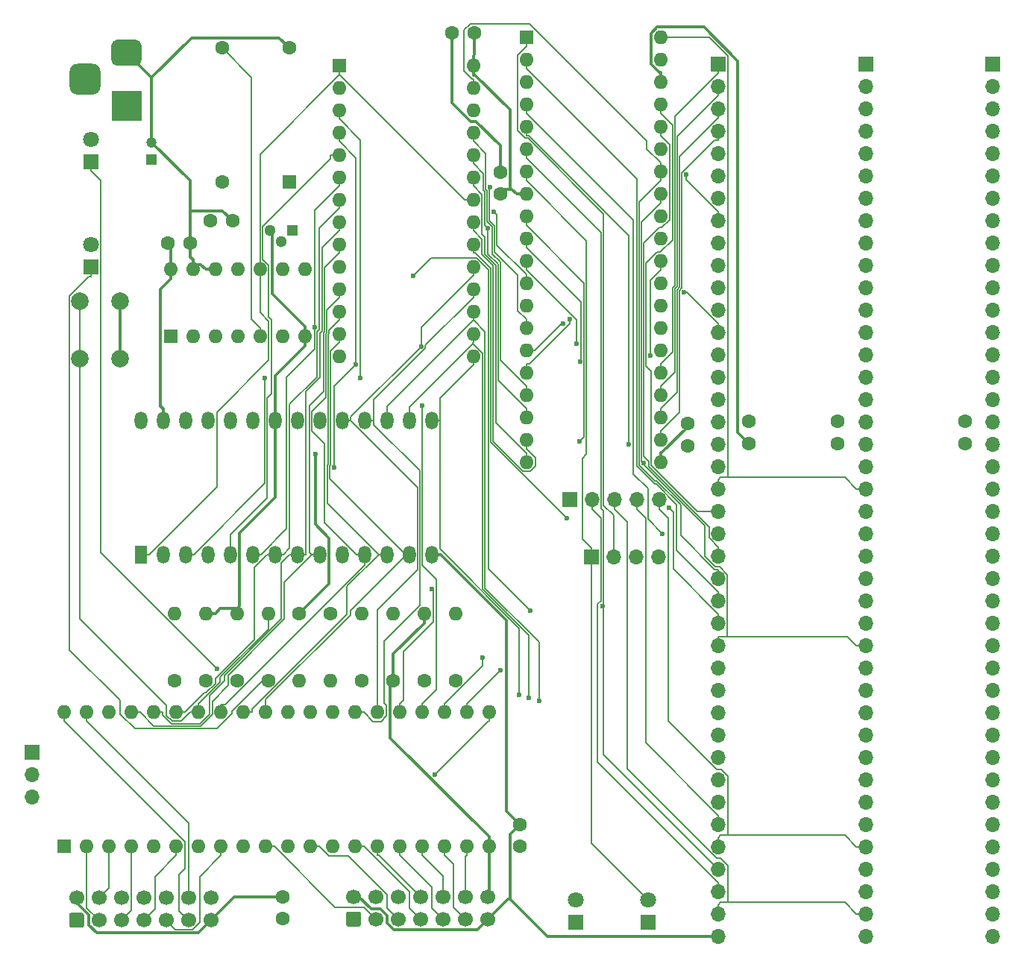
<source format=gbr>
G04 #@! TF.GenerationSoftware,KiCad,Pcbnew,(5.1.10)-1*
G04 #@! TF.CreationDate,2021-08-14T13:08:27-07:00*
G04 #@! TF.ProjectId,be6502x,62653635-3032-4782-9e6b-696361645f70,1*
G04 #@! TF.SameCoordinates,Original*
G04 #@! TF.FileFunction,Copper,L2,Bot*
G04 #@! TF.FilePolarity,Positive*
%FSLAX46Y46*%
G04 Gerber Fmt 4.6, Leading zero omitted, Abs format (unit mm)*
G04 Created by KiCad (PCBNEW (5.1.10)-1) date 2021-08-14 13:08:27*
%MOMM*%
%LPD*%
G01*
G04 APERTURE LIST*
G04 #@! TA.AperFunction,ComponentPad*
%ADD10C,1.600000*%
G04 #@! TD*
G04 #@! TA.AperFunction,ComponentPad*
%ADD11C,1.700000*%
G04 #@! TD*
G04 #@! TA.AperFunction,ComponentPad*
%ADD12C,2.000000*%
G04 #@! TD*
G04 #@! TA.AperFunction,ComponentPad*
%ADD13O,1.600000X1.600000*%
G04 #@! TD*
G04 #@! TA.AperFunction,ComponentPad*
%ADD14O,1.700000X1.700000*%
G04 #@! TD*
G04 #@! TA.AperFunction,ComponentPad*
%ADD15R,1.700000X1.700000*%
G04 #@! TD*
G04 #@! TA.AperFunction,ComponentPad*
%ADD16R,1.600000X1.600000*%
G04 #@! TD*
G04 #@! TA.AperFunction,ComponentPad*
%ADD17R,1.300000X1.300000*%
G04 #@! TD*
G04 #@! TA.AperFunction,ComponentPad*
%ADD18C,1.300000*%
G04 #@! TD*
G04 #@! TA.AperFunction,ComponentPad*
%ADD19O,1.440000X2.000000*%
G04 #@! TD*
G04 #@! TA.AperFunction,ComponentPad*
%ADD20R,1.440000X2.000000*%
G04 #@! TD*
G04 #@! TA.AperFunction,ComponentPad*
%ADD21R,3.500000X3.500000*%
G04 #@! TD*
G04 #@! TA.AperFunction,ComponentPad*
%ADD22C,1.800000*%
G04 #@! TD*
G04 #@! TA.AperFunction,ComponentPad*
%ADD23R,1.800000X1.800000*%
G04 #@! TD*
G04 #@! TA.AperFunction,ComponentPad*
%ADD24C,1.200000*%
G04 #@! TD*
G04 #@! TA.AperFunction,ComponentPad*
%ADD25R,1.200000X1.200000*%
G04 #@! TD*
G04 #@! TA.AperFunction,ViaPad*
%ADD26C,0.600000*%
G04 #@! TD*
G04 #@! TA.AperFunction,Conductor*
%ADD27C,0.350000*%
G04 #@! TD*
G04 #@! TA.AperFunction,Conductor*
%ADD28C,0.127000*%
G04 #@! TD*
G04 APERTURE END LIST*
D10*
X110744000Y-87289000D03*
X110744000Y-89789000D03*
X127762000Y-87035000D03*
X127762000Y-89535000D03*
D11*
X88074500Y-141034000D03*
X85534500Y-141034000D03*
X82994500Y-141034000D03*
X80454500Y-141034000D03*
X77914500Y-141034000D03*
X75374500Y-141034000D03*
X72834500Y-141034000D03*
X88074500Y-143574000D03*
X85534500Y-143574000D03*
X82994500Y-143574000D03*
X80454500Y-143574000D03*
X77914500Y-143574000D03*
X75374500Y-143574000D03*
G04 #@! TA.AperFunction,ComponentPad*
G36*
G01*
X73434500Y-144424000D02*
X72234500Y-144424000D01*
G75*
G02*
X71984500Y-144174000I0J250000D01*
G01*
X71984500Y-142974000D01*
G75*
G02*
X72234500Y-142724000I250000J0D01*
G01*
X73434500Y-142724000D01*
G75*
G02*
X73684500Y-142974000I0J-250000D01*
G01*
X73684500Y-144174000D01*
G75*
G02*
X73434500Y-144424000I-250000J0D01*
G01*
G37*
G04 #@! TD.AperFunction*
X56642000Y-141160000D03*
X54102000Y-141160000D03*
X51562000Y-141160000D03*
X49022000Y-141160000D03*
X46482000Y-141160000D03*
X43942000Y-141160000D03*
X41402000Y-141160000D03*
X56642000Y-143700000D03*
X54102000Y-143700000D03*
X51562000Y-143700000D03*
X49022000Y-143700000D03*
X46482000Y-143700000D03*
X43942000Y-143700000D03*
G04 #@! TA.AperFunction,ComponentPad*
G36*
G01*
X42002000Y-144550000D02*
X40802000Y-144550000D01*
G75*
G02*
X40552000Y-144300000I0J250000D01*
G01*
X40552000Y-143100000D01*
G75*
G02*
X40802000Y-142850000I250000J0D01*
G01*
X42002000Y-142850000D01*
G75*
G02*
X42252000Y-143100000I0J-250000D01*
G01*
X42252000Y-144300000D01*
G75*
G02*
X42002000Y-144550000I-250000J0D01*
G01*
G37*
G04 #@! TD.AperFunction*
D12*
X41803500Y-73383000D03*
X46303500Y-73383000D03*
X41803500Y-79883000D03*
X46303500Y-79883000D03*
D13*
X70223900Y-116459000D03*
D10*
X70223900Y-108839000D03*
D13*
X66682100Y-116459000D03*
D10*
X66682100Y-108839000D03*
D14*
X36322000Y-129731000D03*
X36322000Y-127191000D03*
D15*
X36322000Y-124651000D03*
D14*
X107516000Y-95948500D03*
X104976000Y-95948500D03*
X102436000Y-95948500D03*
X99896000Y-95948500D03*
D15*
X97356000Y-95948500D03*
D14*
X107476000Y-102426000D03*
X104936000Y-102426000D03*
X102396000Y-102426000D03*
D15*
X99856000Y-102426000D03*
D10*
X65532000Y-44640500D03*
X57912000Y-44640500D03*
X57912000Y-59880500D03*
D16*
X65532000Y-59880500D03*
D13*
X52070000Y-69786500D03*
X67310000Y-77406500D03*
X54610000Y-69786500D03*
X64770000Y-77406500D03*
X57150000Y-69786500D03*
X62230000Y-77406500D03*
X59690000Y-69786500D03*
X59690000Y-77406500D03*
X62230000Y-69786500D03*
X57150000Y-77406500D03*
X64770000Y-69786500D03*
X54610000Y-77406500D03*
X67310000Y-69786500D03*
D16*
X52070000Y-77406500D03*
D17*
X65913000Y-65341500D03*
D18*
X63373000Y-65341500D03*
X64643000Y-66611500D03*
D14*
X145381000Y-145542000D03*
X145381000Y-143002000D03*
X145381000Y-140462000D03*
X145381000Y-137922000D03*
X145381000Y-135382000D03*
X145381000Y-132842000D03*
X145381000Y-130302000D03*
X145381000Y-127762000D03*
X145381000Y-125222000D03*
X145381000Y-122682000D03*
X145381000Y-120142000D03*
X145381000Y-117602000D03*
X145381000Y-115062000D03*
X145381000Y-112522000D03*
X145381000Y-109982000D03*
X145381000Y-107442000D03*
X145381000Y-104902000D03*
X145381000Y-102362000D03*
X145381000Y-99822000D03*
X145381000Y-97282000D03*
X145381000Y-94742000D03*
X145381000Y-92202000D03*
X145381000Y-89662000D03*
X145381000Y-87122000D03*
X145381000Y-84582000D03*
X145381000Y-82042000D03*
X145381000Y-79502000D03*
X145381000Y-76962000D03*
X145381000Y-74422000D03*
X145381000Y-71882000D03*
X145381000Y-69342000D03*
X145381000Y-66802000D03*
X145381000Y-64262000D03*
X145381000Y-61722000D03*
X145381000Y-59182000D03*
X145381000Y-56642000D03*
X145381000Y-54102000D03*
X145381000Y-51562000D03*
X145381000Y-49022000D03*
D15*
X145381000Y-46482000D03*
D14*
X130968000Y-145542000D03*
X130968000Y-143002000D03*
X130968000Y-140462000D03*
X130968000Y-137922000D03*
X130968000Y-135382000D03*
X130968000Y-132842000D03*
X130968000Y-130302000D03*
X130968000Y-127762000D03*
X130968000Y-125222000D03*
X130968000Y-122682000D03*
X130968000Y-120142000D03*
X130968000Y-117602000D03*
X130968000Y-115062000D03*
X130968000Y-112522000D03*
X130968000Y-109982000D03*
X130968000Y-107442000D03*
X130968000Y-104902000D03*
X130968000Y-102362000D03*
X130968000Y-99822000D03*
X130968000Y-97282000D03*
X130968000Y-94742000D03*
X130968000Y-92202000D03*
X130968000Y-89662000D03*
X130968000Y-87122000D03*
X130968000Y-84582000D03*
X130968000Y-82042000D03*
X130968000Y-79502000D03*
X130968000Y-76962000D03*
X130968000Y-74422000D03*
X130968000Y-71882000D03*
X130968000Y-69342000D03*
X130968000Y-66802000D03*
X130968000Y-64262000D03*
X130968000Y-61722000D03*
X130968000Y-59182000D03*
X130968000Y-56642000D03*
X130968000Y-54102000D03*
X130968000Y-51562000D03*
X130968000Y-49022000D03*
D15*
X130968000Y-46482000D03*
D13*
X40005000Y-120079000D03*
X88265000Y-135319000D03*
X42545000Y-120079000D03*
X85725000Y-135319000D03*
X45085000Y-120079000D03*
X83185000Y-135319000D03*
X47625000Y-120079000D03*
X80645000Y-135319000D03*
X50165000Y-120079000D03*
X78105000Y-135319000D03*
X52705000Y-120079000D03*
X75565000Y-135319000D03*
X55245000Y-120079000D03*
X73025000Y-135319000D03*
X57785000Y-120079000D03*
X70485000Y-135319000D03*
X60325000Y-120079000D03*
X67945000Y-135319000D03*
X62865000Y-120079000D03*
X65405000Y-135319000D03*
X65405000Y-120079000D03*
X62865000Y-135319000D03*
X67945000Y-120079000D03*
X60325000Y-135319000D03*
X70485000Y-120079000D03*
X57785000Y-135319000D03*
X73025000Y-120079000D03*
X55245000Y-135319000D03*
X75565000Y-120079000D03*
X52705000Y-135319000D03*
X78105000Y-120079000D03*
X50165000Y-135319000D03*
X80645000Y-120079000D03*
X47625000Y-135319000D03*
X83185000Y-120079000D03*
X45085000Y-135319000D03*
X85725000Y-120079000D03*
X42545000Y-135319000D03*
X88265000Y-120079000D03*
D16*
X40005000Y-135319000D03*
D13*
X86423500Y-46609000D03*
X71183500Y-79629000D03*
X86423500Y-49149000D03*
X71183500Y-77089000D03*
X86423500Y-51689000D03*
X71183500Y-74549000D03*
X86423500Y-54229000D03*
X71183500Y-72009000D03*
X86423500Y-56769000D03*
X71183500Y-69469000D03*
X86423500Y-59309000D03*
X71183500Y-66929000D03*
X86423500Y-61849000D03*
X71183500Y-64389000D03*
X86423500Y-64389000D03*
X71183500Y-61849000D03*
X86423500Y-66929000D03*
X71183500Y-59309000D03*
X86423500Y-69469000D03*
X71183500Y-56769000D03*
X86423500Y-72009000D03*
X71183500Y-54229000D03*
X86423500Y-74549000D03*
X71183500Y-51689000D03*
X86423500Y-77089000D03*
X71183500Y-49149000D03*
X86423500Y-79629000D03*
D16*
X71183500Y-46609000D03*
D19*
X81724500Y-86932000D03*
X81724500Y-102172000D03*
X79184500Y-86932000D03*
X79184500Y-102172000D03*
X76644500Y-86932000D03*
X76644500Y-102172000D03*
X74104500Y-86932000D03*
X74104500Y-102172000D03*
X71564500Y-86932000D03*
X71564500Y-102172000D03*
X69024500Y-86932000D03*
X69024500Y-102172000D03*
X66484500Y-86932000D03*
X66484500Y-102172000D03*
X63944500Y-86932000D03*
X63944500Y-102172000D03*
X61404500Y-86932000D03*
X61404500Y-102172000D03*
X58864500Y-86932000D03*
X58864500Y-102172000D03*
X56324500Y-86932000D03*
X56324500Y-102172000D03*
X53784500Y-86932000D03*
X53784500Y-102172000D03*
X51244500Y-86932000D03*
X51244500Y-102172000D03*
X48704500Y-86932000D03*
D20*
X48704500Y-102172000D03*
D13*
X107696000Y-43434000D03*
X92456000Y-91694000D03*
X107696000Y-45974000D03*
X92456000Y-89154000D03*
X107696000Y-48514000D03*
X92456000Y-86614000D03*
X107696000Y-51054000D03*
X92456000Y-84074000D03*
X107696000Y-53594000D03*
X92456000Y-81534000D03*
X107696000Y-56134000D03*
X92456000Y-78994000D03*
X107696000Y-58674000D03*
X92456000Y-76454000D03*
X107696000Y-61214000D03*
X92456000Y-73914000D03*
X107696000Y-63754000D03*
X92456000Y-71374000D03*
X107696000Y-66294000D03*
X92456000Y-68834000D03*
X107696000Y-68834000D03*
X92456000Y-66294000D03*
X107696000Y-71374000D03*
X92456000Y-63754000D03*
X107696000Y-73914000D03*
X92456000Y-61214000D03*
X107696000Y-76454000D03*
X92456000Y-58674000D03*
X107696000Y-78994000D03*
X92456000Y-56134000D03*
X107696000Y-81534000D03*
X92456000Y-53594000D03*
X107696000Y-84074000D03*
X92456000Y-51054000D03*
X107696000Y-86614000D03*
X92456000Y-48514000D03*
X107696000Y-89154000D03*
X92456000Y-45974000D03*
X107696000Y-91694000D03*
D16*
X92456000Y-43434000D03*
D13*
X80849600Y-108839000D03*
D10*
X80849600Y-116459000D03*
D13*
X84391500Y-108839000D03*
D10*
X84391500Y-116459000D03*
D13*
X63140200Y-108839000D03*
D10*
X63140200Y-116459000D03*
D13*
X56056400Y-108839000D03*
D10*
X56056400Y-116459000D03*
D13*
X52514500Y-108839000D03*
D10*
X52514500Y-116459000D03*
D13*
X59598300Y-108839000D03*
D10*
X59598300Y-116459000D03*
D13*
X73765800Y-108839000D03*
D10*
X73765800Y-116459000D03*
D13*
X77307700Y-108839000D03*
D10*
X77307700Y-116459000D03*
D14*
X114236000Y-145542000D03*
X114236000Y-143002000D03*
X114236000Y-140462000D03*
X114236000Y-137922000D03*
X114236000Y-135382000D03*
X114236000Y-132842000D03*
X114236000Y-130302000D03*
X114236000Y-127762000D03*
X114236000Y-125222000D03*
X114236000Y-122682000D03*
X114236000Y-120142000D03*
X114236000Y-117602000D03*
X114236000Y-115062000D03*
X114236000Y-112522000D03*
X114236000Y-109982000D03*
X114236000Y-107442000D03*
X114236000Y-104902000D03*
X114236000Y-102362000D03*
X114236000Y-99822000D03*
X114236000Y-97282000D03*
X114236000Y-94742000D03*
X114236000Y-92202000D03*
X114236000Y-89662000D03*
X114236000Y-87122000D03*
X114236000Y-84582000D03*
X114236000Y-82042000D03*
X114236000Y-79502000D03*
X114236000Y-76962000D03*
X114236000Y-74422000D03*
X114236000Y-71882000D03*
X114236000Y-69342000D03*
X114236000Y-66802000D03*
X114236000Y-64262000D03*
X114236000Y-61722000D03*
X114236000Y-59182000D03*
X114236000Y-56642000D03*
X114236000Y-54102000D03*
X114236000Y-51562000D03*
X114236000Y-49022000D03*
D15*
X114236000Y-46482000D03*
G04 #@! TA.AperFunction,ComponentPad*
G36*
G01*
X41478500Y-46431000D02*
X43228500Y-46431000D01*
G75*
G02*
X44103500Y-47306000I0J-875000D01*
G01*
X44103500Y-49056000D01*
G75*
G02*
X43228500Y-49931000I-875000J0D01*
G01*
X41478500Y-49931000D01*
G75*
G02*
X40603500Y-49056000I0J875000D01*
G01*
X40603500Y-47306000D01*
G75*
G02*
X41478500Y-46431000I875000J0D01*
G01*
G37*
G04 #@! TD.AperFunction*
G04 #@! TA.AperFunction,ComponentPad*
G36*
G01*
X46053500Y-43681000D02*
X48053500Y-43681000D01*
G75*
G02*
X48803500Y-44431000I0J-750000D01*
G01*
X48803500Y-45931000D01*
G75*
G02*
X48053500Y-46681000I-750000J0D01*
G01*
X46053500Y-46681000D01*
G75*
G02*
X45303500Y-45931000I0J750000D01*
G01*
X45303500Y-44431000D01*
G75*
G02*
X46053500Y-43681000I750000J0D01*
G01*
G37*
G04 #@! TD.AperFunction*
D21*
X47053500Y-51181000D03*
D22*
X43053500Y-66992500D03*
D23*
X43053500Y-69532500D03*
D22*
X106236000Y-141351000D03*
D23*
X106236000Y-143891000D03*
D22*
X98044000Y-141351000D03*
D23*
X98044000Y-143891000D03*
D22*
X43053500Y-54991000D03*
D23*
X43053500Y-57531000D03*
D10*
X91694000Y-132819000D03*
X91694000Y-135319000D03*
X64770000Y-141034000D03*
X64770000Y-143534000D03*
X59078500Y-64262000D03*
X56578500Y-64262000D03*
X117666000Y-87035000D03*
X117666000Y-89535000D03*
X142240000Y-87035000D03*
X142240000Y-89535000D03*
X84050500Y-42926000D03*
X86550500Y-42926000D03*
X89471500Y-58714000D03*
X89471500Y-61214000D03*
X54292500Y-66802000D03*
X51792500Y-66802000D03*
D24*
X49911000Y-55340500D03*
D25*
X49911000Y-57340500D03*
D26*
X68516900Y-90771300D03*
X57379400Y-115157100D03*
X108661100Y-96857600D03*
X87501900Y-113905600D03*
X79568400Y-70487100D03*
X92885600Y-108543600D03*
X97024400Y-98043100D03*
X104117000Y-89639000D03*
X81697500Y-106046800D03*
X101085600Y-107997600D03*
X80503500Y-78555400D03*
X93898000Y-118822900D03*
X92773000Y-118449000D03*
X106496800Y-79618800D03*
X91672000Y-118105700D03*
X105727400Y-91802400D03*
X89488500Y-115337900D03*
X107921000Y-99822000D03*
X80628700Y-85222300D03*
X88110100Y-65134800D03*
X110606700Y-59046800D03*
X62775200Y-82154700D03*
X97388700Y-75472200D03*
X73580600Y-82154700D03*
X96622500Y-75963100D03*
X70631800Y-92316800D03*
X73076500Y-80620200D03*
X88298400Y-60478200D03*
X68425000Y-76382900D03*
X88743200Y-63228900D03*
X110325900Y-72400500D03*
X98174700Y-78202900D03*
X98531300Y-80295900D03*
X98525000Y-89344000D03*
X82040900Y-127160100D03*
D27*
X67310000Y-77406500D02*
X67310000Y-76304200D01*
X63373000Y-65341500D02*
X63586800Y-65555300D01*
X63586800Y-65555300D02*
X63586800Y-72581000D01*
X63586800Y-72581000D02*
X67310000Y-76304200D01*
X67310000Y-77406500D02*
X67310000Y-78508800D01*
X59598300Y-108287800D02*
X59886900Y-107999200D01*
X59886900Y-107999200D02*
X59886900Y-99759200D01*
X59886900Y-99759200D02*
X63944500Y-95701600D01*
X63944500Y-95701600D02*
X63944500Y-86932000D01*
X59598300Y-108287800D02*
X57709900Y-108287800D01*
X57709900Y-108287800D02*
X57158700Y-108839000D01*
X67310000Y-78508800D02*
X63944500Y-81874300D01*
X63944500Y-81874300D02*
X63944500Y-86932000D01*
X56056400Y-108839000D02*
X57158700Y-108839000D01*
X59598300Y-108839000D02*
X59598300Y-108287800D01*
X88074500Y-143574000D02*
X86882600Y-144765900D01*
X86882600Y-144765900D02*
X77420200Y-144765900D01*
X77420200Y-144765900D02*
X76644500Y-143990200D01*
X76644500Y-143990200D02*
X76644500Y-143156500D01*
X76644500Y-143156500D02*
X75909600Y-142421600D01*
X75909600Y-142421600D02*
X74845000Y-142421600D01*
X74845000Y-142421600D02*
X73457400Y-141034000D01*
X73457400Y-141034000D02*
X72834500Y-141034000D01*
X90591600Y-141314900D02*
X90333600Y-141314900D01*
X90333600Y-141314900D02*
X88074500Y-143574000D01*
X54292500Y-63150700D02*
X54292500Y-66802000D01*
X49911000Y-55340500D02*
X54292500Y-59722000D01*
X54292500Y-59722000D02*
X54292500Y-63150700D01*
X54292500Y-63150700D02*
X57967200Y-63150700D01*
X57967200Y-63150700D02*
X59078500Y-64262000D01*
X49911000Y-48038500D02*
X49911000Y-55340500D01*
X90591600Y-141314900D02*
X90591600Y-133921400D01*
X90591600Y-133921400D02*
X91694000Y-132819000D01*
X114236000Y-145542000D02*
X94818700Y-145542000D01*
X94818700Y-145542000D02*
X90591600Y-141314900D01*
X57150000Y-69786500D02*
X56047700Y-69786500D01*
X54610000Y-69235300D02*
X55496500Y-69235300D01*
X55496500Y-69235300D02*
X56047700Y-69786500D01*
X54610000Y-69235300D02*
X54610000Y-68684200D01*
X54610000Y-69786500D02*
X54610000Y-69235300D01*
X82746800Y-102172000D02*
X90185600Y-109610800D01*
X90185600Y-109610800D02*
X90185600Y-131310600D01*
X90185600Y-131310600D02*
X91694000Y-132819000D01*
X81724500Y-102172000D02*
X82746800Y-102172000D01*
X47053500Y-45181000D02*
X49911000Y-48038500D01*
X65532000Y-44640500D02*
X64402400Y-43510900D01*
X64402400Y-43510900D02*
X54438600Y-43510900D01*
X54438600Y-43510900D02*
X49911000Y-48038500D01*
X56642000Y-143700000D02*
X55220200Y-145121800D01*
X55220200Y-145121800D02*
X43679200Y-145121800D01*
X43679200Y-145121800D02*
X42789600Y-144232200D01*
X42789600Y-144232200D02*
X42789600Y-143085800D01*
X42789600Y-143085800D02*
X41402000Y-141698200D01*
X41402000Y-141698200D02*
X41402000Y-141160000D01*
X64770000Y-141034000D02*
X59308000Y-141034000D01*
X59308000Y-141034000D02*
X56642000Y-143700000D01*
X84050500Y-42926000D02*
X84050500Y-50885400D01*
X84050500Y-50885400D02*
X86124600Y-52959500D01*
X86124600Y-52959500D02*
X86727300Y-52959500D01*
X86727300Y-52959500D02*
X89471500Y-55703700D01*
X89471500Y-55703700D02*
X89471500Y-58714000D01*
X46303500Y-79883000D02*
X46303500Y-73383000D01*
X54610000Y-68684200D02*
X54292500Y-68366700D01*
X54292500Y-68366700D02*
X54292500Y-66802000D01*
X107696000Y-91694000D02*
X107696000Y-90591700D01*
X107696000Y-90591700D02*
X107833900Y-90591700D01*
X107833900Y-90591700D02*
X110744000Y-87681600D01*
X110744000Y-87681600D02*
X110744000Y-87289000D01*
X66682100Y-108839000D02*
X70072300Y-105448800D01*
X70072300Y-105448800D02*
X70072300Y-100292200D01*
X70072300Y-100292200D02*
X68516900Y-98736800D01*
X68516900Y-98736800D02*
X68516900Y-90771300D01*
X77307700Y-116459000D02*
X77002600Y-116764100D01*
X77002600Y-116764100D02*
X77002600Y-122973500D01*
X77002600Y-122973500D02*
X88245800Y-134216700D01*
X88245800Y-134216700D02*
X88265000Y-134216700D01*
X90581900Y-60658800D02*
X90798500Y-60658800D01*
X90798500Y-60658800D02*
X91353700Y-61214000D01*
X89471500Y-61214000D02*
X90026700Y-60658800D01*
X90026700Y-60658800D02*
X90581900Y-60658800D01*
X90581900Y-60658800D02*
X90581900Y-51641300D01*
X90581900Y-51641300D02*
X86651900Y-47711300D01*
X86651900Y-47711300D02*
X86423500Y-47711300D01*
X92456000Y-61214000D02*
X91353700Y-61214000D01*
X51244500Y-86932000D02*
X51244500Y-85629700D01*
X52070000Y-69786500D02*
X52070000Y-70888800D01*
X52070000Y-70888800D02*
X50937200Y-72021600D01*
X50937200Y-72021600D02*
X50937200Y-85322400D01*
X50937200Y-85322400D02*
X51244500Y-85629700D01*
X51792500Y-66802000D02*
X52070000Y-67079500D01*
X52070000Y-67079500D02*
X52070000Y-69786500D01*
X107696000Y-48514000D02*
X107696000Y-47411700D01*
X107696000Y-47411700D02*
X107558200Y-47411700D01*
X107558200Y-47411700D02*
X106585700Y-46439200D01*
X106585700Y-46439200D02*
X106585700Y-42983200D01*
X106585700Y-42983200D02*
X107289300Y-42279600D01*
X107289300Y-42279600D02*
X112587300Y-42279600D01*
X112587300Y-42279600D02*
X116405400Y-46097700D01*
X116405400Y-46097700D02*
X116405400Y-88274400D01*
X116405400Y-88274400D02*
X117666000Y-89535000D01*
X86423500Y-46609000D02*
X86423500Y-47711300D01*
X80849600Y-109941300D02*
X77307700Y-113483200D01*
X77307700Y-113483200D02*
X77307700Y-116459000D01*
X88265000Y-135319000D02*
X88265000Y-134216700D01*
X80849600Y-108839000D02*
X80849600Y-109941300D01*
X88074500Y-141034000D02*
X88265000Y-140843500D01*
X88265000Y-140843500D02*
X88265000Y-135319000D01*
X86423500Y-46609000D02*
X86423500Y-45506700D01*
X86423500Y-45506700D02*
X86550500Y-45379700D01*
X86550500Y-45379700D02*
X86550500Y-42926000D01*
D28*
X43053500Y-57531000D02*
X43053500Y-58621800D01*
X43053500Y-58621800D02*
X44144300Y-59712600D01*
X44144300Y-59712600D02*
X44144300Y-101922000D01*
X44144300Y-101922000D02*
X57379400Y-115157100D01*
X99856000Y-101385200D02*
X98850800Y-100380000D01*
X98850800Y-100380000D02*
X98850800Y-91232200D01*
X98850800Y-91232200D02*
X99291500Y-90791500D01*
X99291500Y-90791500D02*
X99291500Y-66500300D01*
X99291500Y-66500300D02*
X92456000Y-59664800D01*
X99856000Y-102426000D02*
X99856000Y-101385200D01*
X106236000Y-141351000D02*
X99856000Y-134971000D01*
X99856000Y-134971000D02*
X99856000Y-102426000D01*
X92456000Y-58674000D02*
X92456000Y-59664800D01*
X63140200Y-108839000D02*
X63140200Y-110626800D01*
X63140200Y-110626800D02*
X57677900Y-116089100D01*
X57677900Y-116089100D02*
X57677900Y-116655300D01*
X57677900Y-116655300D02*
X55245000Y-119088200D01*
X115300100Y-93408400D02*
X128593600Y-93408400D01*
X128593600Y-93408400D02*
X129927200Y-94742000D01*
X114236000Y-93701200D02*
X114528800Y-93408400D01*
X114528800Y-93408400D02*
X115300100Y-93408400D01*
X115300100Y-93408400D02*
X115300100Y-45518000D01*
X115300100Y-45518000D02*
X113216100Y-43434000D01*
X113216100Y-43434000D02*
X107696000Y-43434000D01*
X55245000Y-120079000D02*
X55245000Y-119088200D01*
X55245000Y-120079000D02*
X54254200Y-120079000D01*
X54254200Y-120079000D02*
X53256000Y-121077200D01*
X53256000Y-121077200D02*
X52243900Y-121077200D01*
X52243900Y-121077200D02*
X51614900Y-120448200D01*
X51614900Y-120448200D02*
X51614900Y-119255000D01*
X51614900Y-119255000D02*
X41803500Y-109443600D01*
X41803500Y-109443600D02*
X41803500Y-79883000D01*
X130968000Y-94742000D02*
X129927200Y-94742000D01*
X114236000Y-94742000D02*
X114236000Y-93701200D01*
X41803500Y-79883000D02*
X41803500Y-73383000D01*
X43053500Y-70623300D02*
X42780800Y-70623300D01*
X42780800Y-70623300D02*
X40612000Y-72792100D01*
X40612000Y-72792100D02*
X40612000Y-112993000D01*
X40612000Y-112993000D02*
X46355000Y-118736000D01*
X46355000Y-118736000D02*
X46355000Y-120269900D01*
X46355000Y-120269900D02*
X48008500Y-121923400D01*
X48008500Y-121923400D02*
X57365500Y-121923400D01*
X57365500Y-121923400D02*
X59055000Y-120233900D01*
X59055000Y-120233900D02*
X59055000Y-119947700D01*
X59055000Y-119947700D02*
X62543700Y-116459000D01*
X62543700Y-116459000D02*
X63140200Y-116459000D01*
X43053500Y-69532500D02*
X43053500Y-70623300D01*
X115326300Y-141668400D02*
X128593600Y-141668400D01*
X128593600Y-141668400D02*
X129927200Y-143002000D01*
X114236000Y-141961200D02*
X114528800Y-141668400D01*
X114528800Y-141668400D02*
X115326300Y-141668400D01*
X115326300Y-141668400D02*
X115326300Y-137522200D01*
X115326300Y-137522200D02*
X114456100Y-136652000D01*
X114456100Y-136652000D02*
X114026400Y-136652000D01*
X114026400Y-136652000D02*
X103867900Y-126493500D01*
X103867900Y-126493500D02*
X103867900Y-98421200D01*
X103867900Y-98421200D02*
X102436000Y-96989300D01*
X130968000Y-143002000D02*
X129927200Y-143002000D01*
X102436000Y-95948500D02*
X102436000Y-96989300D01*
X114236000Y-143002000D02*
X114236000Y-141961200D01*
X99896000Y-96989300D02*
X100908100Y-98001400D01*
X100908100Y-98001400D02*
X100908100Y-107442900D01*
X100908100Y-107442900D02*
X100562100Y-107788900D01*
X100562100Y-107788900D02*
X100562100Y-125747300D01*
X100562100Y-125747300D02*
X114236000Y-139421200D01*
X99896000Y-95948500D02*
X99896000Y-96989300D01*
X114236000Y-140462000D02*
X114236000Y-139421200D01*
X108661100Y-96857600D02*
X109127500Y-97324000D01*
X109127500Y-97324000D02*
X109127500Y-103832700D01*
X109127500Y-103832700D02*
X114236000Y-108941200D01*
X114236000Y-109982000D02*
X114236000Y-108941200D01*
X115303900Y-134048400D02*
X128593600Y-134048400D01*
X128593600Y-134048400D02*
X129927200Y-135382000D01*
X114236000Y-134341200D02*
X114528800Y-134048400D01*
X114528800Y-134048400D02*
X115303900Y-134048400D01*
X107516000Y-96989300D02*
X108530600Y-98003900D01*
X108530600Y-98003900D02*
X108530600Y-121059100D01*
X108530600Y-121059100D02*
X114047300Y-126575800D01*
X114047300Y-126575800D02*
X114585300Y-126575800D01*
X114585300Y-126575800D02*
X115303900Y-127294400D01*
X115303900Y-127294400D02*
X115303900Y-134048400D01*
X130968000Y-135382000D02*
X129927200Y-135382000D01*
X114236000Y-135382000D02*
X114236000Y-134341200D01*
X107516000Y-95948500D02*
X107516000Y-96989300D01*
X104976000Y-95948500D02*
X104976000Y-96989300D01*
X114236000Y-132842000D02*
X114236000Y-131801200D01*
X114236000Y-131801200D02*
X105991600Y-123556800D01*
X105991600Y-123556800D02*
X105991600Y-98004900D01*
X105991600Y-98004900D02*
X104976000Y-96989300D01*
X83185000Y-120079000D02*
X83185000Y-119088200D01*
X83185000Y-119088200D02*
X87501900Y-114771300D01*
X87501900Y-114771300D02*
X87501900Y-113905600D01*
X92885600Y-108543600D02*
X88157900Y-103815900D01*
X88157900Y-103815900D02*
X88157900Y-69802200D01*
X88157900Y-69802200D02*
X86805200Y-68449500D01*
X86805200Y-68449500D02*
X81606000Y-68449500D01*
X81606000Y-68449500D02*
X79568400Y-70487100D01*
X97024400Y-98043100D02*
X88412300Y-89431000D01*
X88412300Y-89431000D02*
X88412300Y-69685700D01*
X88412300Y-69685700D02*
X86646400Y-67919800D01*
X86646400Y-67919800D02*
X86423500Y-67919800D01*
X86423500Y-66929000D02*
X86423500Y-67919800D01*
X92456000Y-43434000D02*
X92456000Y-44424800D01*
X92456000Y-44424800D02*
X91452700Y-45428100D01*
X91452700Y-45428100D02*
X91452700Y-54050200D01*
X91452700Y-54050200D02*
X92266500Y-54864000D01*
X92266500Y-54864000D02*
X92635400Y-54864000D01*
X92635400Y-54864000D02*
X101223100Y-63451700D01*
X101223100Y-63451700D02*
X101223100Y-96568100D01*
X101223100Y-96568100D02*
X102396000Y-97741000D01*
X102396000Y-97741000D02*
X102396000Y-102426000D01*
X92456000Y-54584800D02*
X92763900Y-54584800D01*
X92763900Y-54584800D02*
X104117000Y-65937900D01*
X104117000Y-65937900D02*
X104117000Y-89639000D01*
X92456000Y-53594000D02*
X92456000Y-54584800D01*
X62230000Y-77406500D02*
X62230000Y-76415700D01*
X57912000Y-44640500D02*
X61239200Y-47967700D01*
X61239200Y-47967700D02*
X61239200Y-75424900D01*
X61239200Y-75424900D02*
X62230000Y-76415700D01*
X113195200Y-97282000D02*
X111864100Y-97282000D01*
X111864100Y-97282000D02*
X106599800Y-92017700D01*
X106599800Y-92017700D02*
X106599800Y-81375800D01*
X106599800Y-81375800D02*
X106006000Y-80782000D01*
X106006000Y-80782000D02*
X106006000Y-69077200D01*
X106006000Y-69077200D02*
X107302000Y-67781200D01*
X107302000Y-67781200D02*
X107670800Y-67781200D01*
X107670800Y-67781200D02*
X109031100Y-66420900D01*
X109031100Y-66420900D02*
X109031100Y-53379900D01*
X109031100Y-53379900D02*
X107696000Y-52044800D01*
X107696000Y-51054000D02*
X107696000Y-52044800D01*
X114236000Y-97282000D02*
X113195200Y-97282000D01*
X78105000Y-119088200D02*
X78515700Y-118677500D01*
X78515700Y-118677500D02*
X78515700Y-113200700D01*
X78515700Y-113200700D02*
X81879100Y-109837300D01*
X81879100Y-109837300D02*
X81879100Y-106228400D01*
X81879100Y-106228400D02*
X81697500Y-106046800D01*
X78105000Y-120079000D02*
X78105000Y-119088200D01*
X101167100Y-107997600D02*
X101085600Y-107997600D01*
X101167100Y-107997600D02*
X101167100Y-124853100D01*
X101167100Y-124853100D02*
X114236000Y-137922000D01*
X92456000Y-57124800D02*
X100938100Y-65606900D01*
X100938100Y-65606900D02*
X100938100Y-96937100D01*
X100938100Y-96937100D02*
X101167100Y-97166100D01*
X101167100Y-97166100D02*
X101167100Y-107997600D01*
X92456000Y-56134000D02*
X92456000Y-57124800D01*
X72505900Y-86932000D02*
X72505900Y-86553000D01*
X72505900Y-86553000D02*
X80503500Y-78555400D01*
X80503500Y-78555400D02*
X80503500Y-76379800D01*
X80503500Y-76379800D02*
X86423500Y-70459800D01*
X75565000Y-120079000D02*
X75565000Y-108455900D01*
X75565000Y-108455900D02*
X80115000Y-103905900D01*
X80115000Y-103905900D02*
X80115000Y-94541100D01*
X80115000Y-94541100D02*
X72505900Y-86932000D01*
X72505900Y-86932000D02*
X72475300Y-86932000D01*
X86423500Y-69469000D02*
X86423500Y-70459800D01*
X71564500Y-86932000D02*
X72475300Y-86932000D01*
X75135900Y-86932000D02*
X75135900Y-84617100D01*
X75135900Y-84617100D02*
X80994300Y-78758700D01*
X80994300Y-78758700D02*
X80994300Y-78429000D01*
X80994300Y-78429000D02*
X86423500Y-72999800D01*
X75135900Y-86932000D02*
X75135900Y-87412100D01*
X75135900Y-87412100D02*
X80369400Y-92645600D01*
X80369400Y-92645600D02*
X80369400Y-107917900D01*
X80369400Y-107917900D02*
X76290600Y-111996700D01*
X76290600Y-111996700D02*
X76290600Y-119061900D01*
X76290600Y-119061900D02*
X76556700Y-119328000D01*
X76556700Y-119328000D02*
X76556700Y-120498600D01*
X76556700Y-120498600D02*
X75929000Y-121126300D01*
X75929000Y-121126300D02*
X75063100Y-121126300D01*
X75063100Y-121126300D02*
X74015800Y-120079000D01*
X75135900Y-86932000D02*
X75015300Y-86932000D01*
X86423500Y-72009000D02*
X86423500Y-72999800D01*
X74104500Y-86932000D02*
X75015300Y-86932000D01*
X73025000Y-120079000D02*
X74015800Y-120079000D01*
X76644500Y-86932000D02*
X76644500Y-85318800D01*
X76644500Y-85318800D02*
X86423500Y-75539800D01*
X86423500Y-75539800D02*
X87776400Y-76892700D01*
X87776400Y-76892700D02*
X87776400Y-105956200D01*
X87776400Y-105956200D02*
X93898000Y-112077800D01*
X93898000Y-112077800D02*
X93898000Y-118822900D01*
X86423500Y-74549000D02*
X86423500Y-75539800D01*
X86400000Y-78204100D02*
X87522100Y-79326200D01*
X87522100Y-79326200D02*
X87522100Y-106061600D01*
X87522100Y-106061600D02*
X92773000Y-111312500D01*
X92773000Y-111312500D02*
X92773000Y-118449000D01*
X86423500Y-78079800D02*
X86400000Y-78103300D01*
X86400000Y-78103300D02*
X86400000Y-78204100D01*
X86400000Y-78204100D02*
X79184500Y-85419600D01*
X79184500Y-85419600D02*
X79184500Y-86932000D01*
X86423500Y-77089000D02*
X86423500Y-78079800D01*
X106496800Y-79618800D02*
X106496800Y-71024000D01*
X106496800Y-71024000D02*
X107696000Y-69824800D01*
X82635300Y-86932000D02*
X82635300Y-101534500D01*
X82635300Y-101534500D02*
X91672000Y-110571200D01*
X91672000Y-110571200D02*
X91672000Y-118105700D01*
X107696000Y-68834000D02*
X107696000Y-69824800D01*
X86423500Y-80619800D02*
X82635300Y-84408000D01*
X82635300Y-84408000D02*
X82635300Y-86932000D01*
X86423500Y-79629000D02*
X86423500Y-80619800D01*
X81724500Y-86932000D02*
X82635300Y-86932000D01*
X71183500Y-78079800D02*
X70187500Y-79075800D01*
X70187500Y-79075800D02*
X70187500Y-82862600D01*
X70187500Y-82862600D02*
X70237900Y-82913000D01*
X70237900Y-82913000D02*
X70237900Y-92016700D01*
X70237900Y-92016700D02*
X70141000Y-92113600D01*
X70141000Y-92113600D02*
X70141000Y-93583900D01*
X70141000Y-93583900D02*
X78729100Y-102172000D01*
X78813600Y-102172000D02*
X78729100Y-102172000D01*
X79184500Y-102172000D02*
X78813600Y-102172000D01*
X62865000Y-120079000D02*
X62865000Y-118637400D01*
X62865000Y-118637400D02*
X72461900Y-109040500D01*
X72461900Y-109040500D02*
X72461900Y-108523700D01*
X72461900Y-108523700D02*
X78813600Y-102172000D01*
X71183500Y-77089000D02*
X71183500Y-78079800D01*
X75673500Y-102172000D02*
X69886700Y-96385200D01*
X69886700Y-96385200D02*
X69886700Y-92008300D01*
X69886700Y-92008300D02*
X69947700Y-91947300D01*
X69947700Y-91947300D02*
X69947700Y-84618900D01*
X69947700Y-84618900D02*
X69933200Y-84604400D01*
X69933200Y-84604400D02*
X69933200Y-77197100D01*
X69933200Y-77197100D02*
X70060300Y-77070000D01*
X70060300Y-77070000D02*
X70060300Y-76663000D01*
X70060300Y-76663000D02*
X71183500Y-75539800D01*
X75673500Y-102172000D02*
X75733700Y-102172000D01*
X61315800Y-120079000D02*
X61315800Y-119694700D01*
X61315800Y-119694700D02*
X72074600Y-108935900D01*
X72074600Y-108935900D02*
X72074600Y-105770900D01*
X72074600Y-105770900D02*
X75673500Y-102172000D01*
X71183500Y-74549000D02*
X71183500Y-75539800D01*
X60325000Y-120079000D02*
X61315800Y-120079000D01*
X76644500Y-102172000D02*
X75733700Y-102172000D01*
X73193700Y-102172000D02*
X69550600Y-98528900D01*
X69550600Y-98528900D02*
X69550600Y-89547700D01*
X69550600Y-89547700D02*
X68113700Y-88110800D01*
X68113700Y-88110800D02*
X68113700Y-85915100D01*
X68113700Y-85915100D02*
X69678800Y-84350000D01*
X69678800Y-84350000D02*
X69678800Y-77091900D01*
X69678800Y-77091900D02*
X69806000Y-76964700D01*
X69806000Y-76964700D02*
X69806000Y-74377300D01*
X69806000Y-74377300D02*
X71183500Y-72999800D01*
X71183500Y-72009000D02*
X71183500Y-72999800D01*
X74104500Y-102172000D02*
X73193700Y-102172000D01*
X74104500Y-102315900D02*
X74104500Y-102172000D01*
X115281200Y-111481200D02*
X115281200Y-104440100D01*
X115281200Y-104440100D02*
X114383300Y-103542200D01*
X114383300Y-103542200D02*
X113917100Y-103542200D01*
X113917100Y-103542200D02*
X112709700Y-102334800D01*
X112709700Y-102334800D02*
X112709700Y-98899200D01*
X112709700Y-98899200D02*
X105727400Y-91916900D01*
X105727400Y-91916900D02*
X105727400Y-91802400D01*
X105727400Y-91802400D02*
X105497400Y-91572400D01*
X105497400Y-91572400D02*
X105497400Y-64403400D01*
X105497400Y-64403400D02*
X107696000Y-62204800D01*
X115281200Y-111481200D02*
X128886400Y-111481200D01*
X128886400Y-111481200D02*
X129927200Y-112522000D01*
X114236000Y-111481200D02*
X115281200Y-111481200D01*
X107696000Y-61214000D02*
X107696000Y-62204800D01*
X130968000Y-112522000D02*
X129927200Y-112522000D01*
X74104500Y-102315900D02*
X74104500Y-103362800D01*
X57785000Y-119193500D02*
X58273800Y-119193500D01*
X58273800Y-119193500D02*
X74104500Y-103362800D01*
X57785000Y-120079000D02*
X57785000Y-119193500D01*
X114236000Y-112522000D02*
X114236000Y-111481200D01*
X92456000Y-45974000D02*
X92456000Y-46964800D01*
X114236000Y-107442000D02*
X114236000Y-106401200D01*
X114236000Y-106401200D02*
X109520400Y-101685600D01*
X109520400Y-101685600D02*
X109520400Y-96472200D01*
X109520400Y-96472200D02*
X107226700Y-94178500D01*
X107226700Y-94178500D02*
X107026700Y-94178500D01*
X107026700Y-94178500D02*
X104982200Y-92134000D01*
X104982200Y-92134000D02*
X104982200Y-59491000D01*
X104982200Y-59491000D02*
X92456000Y-46964800D01*
X114236000Y-103861200D02*
X113845700Y-103861200D01*
X113845700Y-103861200D02*
X109963100Y-99978600D01*
X109963100Y-99978600D02*
X109963100Y-96555400D01*
X109963100Y-96555400D02*
X107241900Y-93834200D01*
X107241900Y-93834200D02*
X107062100Y-93834200D01*
X107062100Y-93834200D02*
X105236600Y-92008700D01*
X105236600Y-92008700D02*
X105236600Y-62124200D01*
X105236600Y-62124200D02*
X107696000Y-59664800D01*
X107696000Y-58674000D02*
X107696000Y-59664800D01*
X114236000Y-104902000D02*
X114236000Y-103861200D01*
X107696000Y-58674000D02*
X107696000Y-57683200D01*
X86423500Y-49149000D02*
X86423500Y-48158200D01*
X86423500Y-48158200D02*
X86299700Y-48158200D01*
X86299700Y-48158200D02*
X85406800Y-47265300D01*
X85406800Y-47265300D02*
X85406800Y-42610700D01*
X85406800Y-42610700D02*
X86136600Y-41880900D01*
X86136600Y-41880900D02*
X92800300Y-41880900D01*
X92800300Y-41880900D02*
X106146900Y-55227500D01*
X106146900Y-55227500D02*
X106146900Y-56134100D01*
X106146900Y-56134100D02*
X107696000Y-57683200D01*
X85725000Y-120079000D02*
X85725000Y-119088200D01*
X89488500Y-115337900D02*
X85738200Y-119088200D01*
X85738200Y-119088200D02*
X85725000Y-119088200D01*
X114236000Y-101321200D02*
X113195200Y-100280400D01*
X113195200Y-100280400D02*
X113195200Y-99025000D01*
X113195200Y-99025000D02*
X106345500Y-92175300D01*
X106345500Y-92175300D02*
X106345500Y-91599200D01*
X106345500Y-91599200D02*
X105751700Y-91005400D01*
X105751700Y-91005400D02*
X105751700Y-66822000D01*
X105751700Y-66822000D02*
X107549700Y-65024000D01*
X107549700Y-65024000D02*
X107834100Y-65024000D01*
X107834100Y-65024000D02*
X108717800Y-64140300D01*
X108717800Y-64140300D02*
X108717800Y-55606600D01*
X108717800Y-55606600D02*
X107696000Y-54584800D01*
X107696000Y-53594000D02*
X107696000Y-54584800D01*
X114236000Y-102362000D02*
X114236000Y-101321200D01*
X92456000Y-52044800D02*
X104607800Y-64196600D01*
X104607800Y-64196600D02*
X104607800Y-93047200D01*
X104607800Y-93047200D02*
X106246000Y-94685400D01*
X106246000Y-94685400D02*
X106246000Y-98147000D01*
X106246000Y-98147000D02*
X107921000Y-99822000D01*
X92456000Y-51054000D02*
X92456000Y-52044800D01*
X114236000Y-47522800D02*
X109353000Y-52405800D01*
X109353000Y-52405800D02*
X109353000Y-71600600D01*
X109353000Y-71600600D02*
X109072200Y-71881400D01*
X109072200Y-71881400D02*
X109072200Y-79167000D01*
X109072200Y-79167000D02*
X107696000Y-80543200D01*
X114236000Y-46482000D02*
X114236000Y-47522800D01*
X107696000Y-81534000D02*
X107696000Y-80543200D01*
X62230000Y-70777300D02*
X62230000Y-74679100D01*
X62230000Y-74679100D02*
X63220900Y-75670000D01*
X63220900Y-75670000D02*
X63220900Y-80104300D01*
X63220900Y-80104300D02*
X57340300Y-85984900D01*
X57340300Y-85984900D02*
X57340300Y-94447000D01*
X57340300Y-94447000D02*
X49615300Y-102172000D01*
X62230000Y-69786500D02*
X62230000Y-70777300D01*
X48704500Y-102172000D02*
X49615300Y-102172000D01*
X71257400Y-47673700D02*
X62230000Y-56701100D01*
X62230000Y-56701100D02*
X62230000Y-69786500D01*
X85432700Y-61849000D02*
X71257500Y-47673800D01*
X71257500Y-47673800D02*
X71257500Y-47673700D01*
X71257500Y-47673700D02*
X71257400Y-47673700D01*
X71257400Y-47673700D02*
X71183500Y-47599800D01*
X114236000Y-50062800D02*
X109607300Y-54691500D01*
X109607300Y-54691500D02*
X109607300Y-71705900D01*
X109607300Y-71705900D02*
X109326500Y-71986700D01*
X109326500Y-71986700D02*
X109326500Y-81452700D01*
X109326500Y-81452700D02*
X107696000Y-83083200D01*
X107696000Y-84074000D02*
X107696000Y-83083200D01*
X114236000Y-49022000D02*
X114236000Y-50062800D01*
X86423500Y-61849000D02*
X85432700Y-61849000D01*
X71183500Y-46609000D02*
X71183500Y-47599800D01*
X114236000Y-52602800D02*
X109861600Y-56977200D01*
X109861600Y-56977200D02*
X109861600Y-71811200D01*
X109861600Y-71811200D02*
X109580800Y-72092000D01*
X109580800Y-72092000D02*
X109580800Y-83738400D01*
X109580800Y-83738400D02*
X107696000Y-85623200D01*
X80645000Y-119088200D02*
X82194100Y-117539100D01*
X82194100Y-117539100D02*
X82194100Y-104972600D01*
X82194100Y-104972600D02*
X80628700Y-103407200D01*
X80628700Y-103407200D02*
X80628700Y-85222300D01*
X80645000Y-120079000D02*
X80645000Y-119088200D01*
X107696000Y-86614000D02*
X107696000Y-85623200D01*
X114236000Y-51562000D02*
X114236000Y-52602800D01*
X114236000Y-55142800D02*
X113816700Y-55142800D01*
X113816700Y-55142800D02*
X110115900Y-58843600D01*
X110115900Y-58843600D02*
X110115900Y-71916500D01*
X110115900Y-71916500D02*
X109835100Y-72197300D01*
X109835100Y-72197300D02*
X109835100Y-86024100D01*
X109835100Y-86024100D02*
X107696000Y-88163200D01*
X114236000Y-54102000D02*
X114236000Y-55142800D01*
X107696000Y-89154000D02*
X107696000Y-88163200D01*
X86423500Y-60299800D02*
X87432000Y-61308300D01*
X87432000Y-61308300D02*
X87432000Y-65803000D01*
X87432000Y-65803000D02*
X87773900Y-66144900D01*
X87773900Y-66144900D02*
X87773900Y-68105000D01*
X87773900Y-68105000D02*
X88971000Y-69302100D01*
X88971000Y-69302100D02*
X88971000Y-87218200D01*
X88971000Y-87218200D02*
X92456000Y-90703200D01*
X92456000Y-91694000D02*
X92456000Y-90703200D01*
X86423500Y-59309000D02*
X86423500Y-60299800D01*
X92456000Y-90144800D02*
X93454500Y-91143300D01*
X93454500Y-91143300D02*
X93454500Y-92136200D01*
X93454500Y-92136200D02*
X92905800Y-92684900D01*
X92905800Y-92684900D02*
X92026600Y-92684900D01*
X92026600Y-92684900D02*
X88666700Y-89325000D01*
X88666700Y-89325000D02*
X88666700Y-69357300D01*
X88666700Y-69357300D02*
X87414400Y-68105000D01*
X87414400Y-68105000D02*
X87414400Y-66370600D01*
X87414400Y-66370600D02*
X87414300Y-66370600D01*
X87414300Y-66370600D02*
X86423500Y-65379800D01*
X92456000Y-89154000D02*
X92456000Y-90144800D01*
X86423500Y-64389000D02*
X86423500Y-65379800D01*
X88110100Y-65134800D02*
X87743800Y-64768500D01*
X87743800Y-64768500D02*
X87743800Y-60977200D01*
X87743800Y-60977200D02*
X87553300Y-60786700D01*
X87553300Y-60786700D02*
X87553300Y-58889600D01*
X87553300Y-58889600D02*
X86423500Y-57759800D01*
X92456000Y-85623200D02*
X89225300Y-82392500D01*
X89225300Y-82392500D02*
X89225300Y-69196800D01*
X89225300Y-69196800D02*
X88110100Y-68081600D01*
X88110100Y-68081600D02*
X88110100Y-65134800D01*
X86423500Y-56769000D02*
X86423500Y-57759800D01*
X92456000Y-86614000D02*
X92456000Y-85623200D01*
X92456000Y-83083200D02*
X89479600Y-80106800D01*
X89479600Y-80106800D02*
X89479600Y-68904800D01*
X89479600Y-68904800D02*
X88600900Y-68026100D01*
X88600900Y-68026100D02*
X88600900Y-64931600D01*
X88600900Y-64931600D02*
X87998100Y-64328800D01*
X87998100Y-64328800D02*
X87998100Y-60871900D01*
X87998100Y-60871900D02*
X87807600Y-60681400D01*
X87807600Y-60681400D02*
X87807600Y-56603900D01*
X87807600Y-56603900D02*
X86423500Y-55219800D01*
X114236000Y-63221200D02*
X110606700Y-59591900D01*
X110606700Y-59591900D02*
X110606700Y-59046800D01*
X114236000Y-64262000D02*
X114236000Y-63221200D01*
X86423500Y-54229000D02*
X86423500Y-55219800D01*
X92456000Y-84074000D02*
X92456000Y-83083200D01*
X62775200Y-82154700D02*
X62775200Y-94092100D01*
X62775200Y-94092100D02*
X54695300Y-102172000D01*
X53784500Y-102172000D02*
X54695300Y-102172000D01*
X92456000Y-80543200D02*
X92821600Y-80543200D01*
X92821600Y-80543200D02*
X97388700Y-75976100D01*
X97388700Y-75976100D02*
X97388700Y-75472200D01*
X92456000Y-81534000D02*
X92456000Y-80543200D01*
X71183500Y-52679800D02*
X73580600Y-55076900D01*
X73580600Y-55076900D02*
X73580600Y-82154700D01*
X71183500Y-51689000D02*
X71183500Y-52679800D01*
X93446800Y-78994000D02*
X96477700Y-75963100D01*
X96477700Y-75963100D02*
X96622500Y-75963100D01*
X92456000Y-78994000D02*
X93446800Y-78994000D01*
X73076500Y-80620200D02*
X73076500Y-57112800D01*
X73076500Y-57112800D02*
X71183500Y-55219800D01*
X70631800Y-92316800D02*
X70631800Y-83064900D01*
X70631800Y-83064900D02*
X73076500Y-80620200D01*
X71183500Y-54229000D02*
X71183500Y-55219800D01*
X71183500Y-56769000D02*
X70192700Y-56769000D01*
X70192700Y-56769000D02*
X70192700Y-57230600D01*
X70192700Y-57230600D02*
X62484400Y-64938900D01*
X62484400Y-64938900D02*
X62484400Y-68639700D01*
X62484400Y-68639700D02*
X63220900Y-69376200D01*
X63220900Y-69376200D02*
X63220900Y-75183100D01*
X63220900Y-75183100D02*
X63512400Y-75474600D01*
X63512400Y-75474600D02*
X63512400Y-83914700D01*
X63512400Y-83914700D02*
X63033600Y-84393500D01*
X63033600Y-84393500D02*
X63033600Y-95767900D01*
X63033600Y-95767900D02*
X58864500Y-99937000D01*
X58864500Y-99937000D02*
X58864500Y-102172000D01*
X92456000Y-75463200D02*
X91465200Y-74472400D01*
X91465200Y-74472400D02*
X91465200Y-70453400D01*
X91465200Y-70453400D02*
X88855200Y-67843400D01*
X88855200Y-67843400D02*
X88855200Y-64826300D01*
X88855200Y-64826300D02*
X88252400Y-64223500D01*
X88252400Y-64223500D02*
X88252400Y-60524200D01*
X88252400Y-60524200D02*
X88298400Y-60478200D01*
X92456000Y-76454000D02*
X92456000Y-75463200D01*
X68425000Y-76382900D02*
X68407300Y-76400600D01*
X68407300Y-76400600D02*
X68407300Y-78842600D01*
X68407300Y-78842600D02*
X65236800Y-82013100D01*
X65236800Y-82013100D02*
X65236800Y-99250500D01*
X65236800Y-99250500D02*
X62315300Y-102172000D01*
X71183500Y-60299800D02*
X68425000Y-63058300D01*
X68425000Y-63058300D02*
X68425000Y-76382900D01*
X61404500Y-102172000D02*
X62315300Y-102172000D01*
X71183500Y-59309000D02*
X71183500Y-60299800D01*
X71183500Y-62839800D02*
X68915900Y-65107400D01*
X68915900Y-65107400D02*
X68915900Y-76648900D01*
X68915900Y-76648900D02*
X68661700Y-76903100D01*
X68661700Y-76903100D02*
X68661700Y-82025900D01*
X68661700Y-82025900D02*
X65573600Y-85114000D01*
X65573600Y-85114000D02*
X65573600Y-101453700D01*
X65573600Y-101453700D02*
X64855300Y-102172000D01*
X63944500Y-102172000D02*
X64855300Y-102172000D01*
X71183500Y-61849000D02*
X71183500Y-62839800D01*
X114236000Y-75921200D02*
X110715300Y-72400500D01*
X110715300Y-72400500D02*
X110325900Y-72400500D01*
X92456000Y-70383200D02*
X89109500Y-67036700D01*
X89109500Y-67036700D02*
X89109500Y-63595200D01*
X89109500Y-63595200D02*
X88743200Y-63228900D01*
X53695800Y-120079000D02*
X55886200Y-117888600D01*
X55886200Y-117888600D02*
X56084900Y-117888600D01*
X56084900Y-117888600D02*
X57154000Y-116819500D01*
X57154000Y-116819500D02*
X57154000Y-116253500D01*
X57154000Y-116253500D02*
X61607900Y-111799600D01*
X61607900Y-111799600D02*
X61607900Y-103597800D01*
X61607900Y-103597800D02*
X63033700Y-102172000D01*
X92456000Y-71374000D02*
X92456000Y-70383200D01*
X114236000Y-76962000D02*
X114236000Y-75921200D01*
X63944500Y-102172000D02*
X63033700Y-102172000D01*
X52705000Y-120079000D02*
X53695800Y-120079000D01*
X92456000Y-69824800D02*
X98174700Y-75543500D01*
X98174700Y-75543500D02*
X98174700Y-78202900D01*
X66484500Y-102172000D02*
X67395300Y-102172000D01*
X71183500Y-64389000D02*
X71183500Y-65379800D01*
X71183500Y-65379800D02*
X69297400Y-67265900D01*
X69297400Y-67265900D02*
X69297400Y-76754000D01*
X69297400Y-76754000D02*
X69043000Y-77008400D01*
X69043000Y-77008400D02*
X69043000Y-82004300D01*
X69043000Y-82004300D02*
X67395300Y-83652000D01*
X67395300Y-83652000D02*
X67395300Y-102172000D01*
X66484500Y-102172000D02*
X65573700Y-102172000D01*
X65573700Y-102172000D02*
X64619800Y-103125900D01*
X64619800Y-103125900D02*
X64619800Y-109507000D01*
X64619800Y-109507000D02*
X58194200Y-115932600D01*
X58194200Y-115932600D02*
X58194200Y-116498700D01*
X58194200Y-116498700D02*
X56477800Y-118215100D01*
X56477800Y-118215100D02*
X56477800Y-120271200D01*
X56477800Y-120271200D02*
X55365900Y-121383100D01*
X55365900Y-121383100D02*
X52166000Y-121383100D01*
X52166000Y-121383100D02*
X51155800Y-120372900D01*
X51155800Y-120372900D02*
X51155800Y-120079000D01*
X50165000Y-120079000D02*
X51155800Y-120079000D01*
X92456000Y-68834000D02*
X92456000Y-69824800D01*
X92456000Y-66294000D02*
X92456000Y-67284800D01*
X92456000Y-67284800D02*
X98665600Y-73494400D01*
X98665600Y-73494400D02*
X98665600Y-80161600D01*
X98665600Y-80161600D02*
X98531300Y-80295900D01*
X68113700Y-102172000D02*
X67851500Y-101909800D01*
X67851500Y-101909800D02*
X67851500Y-85258400D01*
X67851500Y-85258400D02*
X69424500Y-83685400D01*
X69424500Y-83685400D02*
X69424500Y-76986600D01*
X69424500Y-76986600D02*
X69551700Y-76859400D01*
X69551700Y-76859400D02*
X69551700Y-69551600D01*
X69551700Y-69551600D02*
X71183500Y-67919800D01*
X68113700Y-102172000D02*
X65001100Y-105284600D01*
X65001100Y-105284600D02*
X65001100Y-109485400D01*
X65001100Y-109485400D02*
X58607400Y-115879100D01*
X58607400Y-115879100D02*
X58607400Y-117022900D01*
X58607400Y-117022900D02*
X56794100Y-118836200D01*
X56794100Y-118836200D02*
X56794100Y-120314600D01*
X56794100Y-120314600D02*
X55471200Y-121637500D01*
X55471200Y-121637500D02*
X50174300Y-121637500D01*
X50174300Y-121637500D02*
X48615800Y-120079000D01*
X47625000Y-120079000D02*
X48615800Y-120079000D01*
X69024500Y-102172000D02*
X68113700Y-102172000D01*
X71183500Y-66929000D02*
X71183500Y-67919800D01*
X98525000Y-89344000D02*
X99037200Y-88831800D01*
X99037200Y-88831800D02*
X99037200Y-71326000D01*
X99037200Y-71326000D02*
X92456000Y-64744800D01*
X92456000Y-63754000D02*
X92456000Y-64744800D01*
X42545000Y-120079000D02*
X42545000Y-121069800D01*
X42545000Y-121069800D02*
X54102000Y-132626800D01*
X54102000Y-132626800D02*
X54102000Y-141160000D01*
X40005000Y-120079000D02*
X40005000Y-121069800D01*
X40005000Y-121069800D02*
X53701300Y-134766100D01*
X53701300Y-134766100D02*
X53701300Y-137826200D01*
X53701300Y-137826200D02*
X53049400Y-138478100D01*
X53049400Y-138478100D02*
X53049400Y-142647400D01*
X53049400Y-142647400D02*
X54102000Y-143700000D01*
X52705000Y-135319000D02*
X52705000Y-136309800D01*
X52705000Y-136309800D02*
X50292100Y-138722700D01*
X50292100Y-138722700D02*
X50292100Y-142429900D01*
X50292100Y-142429900D02*
X49022000Y-143700000D01*
X42545000Y-135319000D02*
X42545000Y-142303000D01*
X42545000Y-142303000D02*
X43942000Y-143700000D01*
X45085000Y-135319000D02*
X45085000Y-140017000D01*
X45085000Y-140017000D02*
X43942000Y-141160000D01*
X57785000Y-135319000D02*
X57785000Y-136309800D01*
X57785000Y-136309800D02*
X55372100Y-138722700D01*
X55372100Y-138722700D02*
X55372100Y-143903400D01*
X55372100Y-143903400D02*
X54519600Y-144755900D01*
X54519600Y-144755900D02*
X52617900Y-144755900D01*
X52617900Y-144755900D02*
X51562000Y-143700000D01*
X47625000Y-135319000D02*
X47625000Y-142557000D01*
X47625000Y-142557000D02*
X46482000Y-143700000D01*
X80645000Y-135319000D02*
X80645000Y-136309800D01*
X80645000Y-136309800D02*
X82994500Y-138659300D01*
X82994500Y-138659300D02*
X82994500Y-141034000D01*
X83185000Y-135319000D02*
X83185000Y-136309800D01*
X83185000Y-136309800D02*
X84175800Y-137300600D01*
X84175800Y-137300600D02*
X84175800Y-142215300D01*
X84175800Y-142215300D02*
X85534500Y-143574000D01*
X73025000Y-135319000D02*
X74015800Y-135319000D01*
X74015800Y-135319000D02*
X79184500Y-140487700D01*
X79184500Y-140487700D02*
X79184500Y-142304000D01*
X79184500Y-142304000D02*
X80454500Y-143574000D01*
X62865000Y-135319000D02*
X63855800Y-135319000D01*
X63855800Y-135319000D02*
X70750300Y-142213500D01*
X70750300Y-142213500D02*
X74014000Y-142213500D01*
X74014000Y-142213500D02*
X75374500Y-143574000D01*
X75565000Y-135319000D02*
X75565000Y-136309800D01*
X75565000Y-136309800D02*
X75730300Y-136309800D01*
X75730300Y-136309800D02*
X80454500Y-141034000D01*
X85725000Y-135319000D02*
X85725000Y-136309800D01*
X85725000Y-136309800D02*
X85534500Y-136500300D01*
X85534500Y-136500300D02*
X85534500Y-141034000D01*
X78105000Y-135319000D02*
X78105000Y-136309800D01*
X78105000Y-136309800D02*
X81724500Y-139929300D01*
X81724500Y-139929300D02*
X81724500Y-142304000D01*
X81724500Y-142304000D02*
X82994500Y-143574000D01*
X68935800Y-135319000D02*
X70031900Y-136415100D01*
X70031900Y-136415100D02*
X72229900Y-136415100D01*
X72229900Y-136415100D02*
X76644500Y-140829700D01*
X76644500Y-140829700D02*
X76644500Y-142304000D01*
X76644500Y-142304000D02*
X77914500Y-143574000D01*
X67945000Y-135319000D02*
X68935800Y-135319000D01*
X88265000Y-121069800D02*
X88131200Y-121069800D01*
X88131200Y-121069800D02*
X82040900Y-127160100D01*
X88265000Y-120079000D02*
X88265000Y-121069800D01*
M02*

</source>
